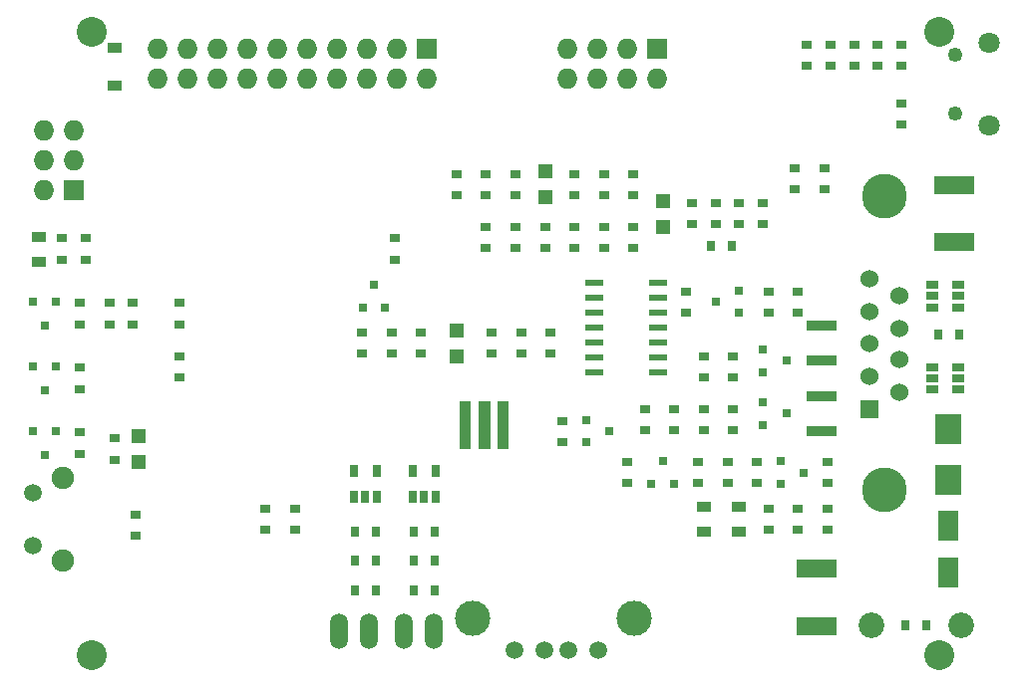
<source format=gbs>
G04 #@! TF.FileFunction,Soldermask,Bot*
%FSLAX46Y46*%
G04 Gerber Fmt 4.6, Leading zero omitted, Abs format (unit mm)*
G04 Created by KiCad (PCBNEW 4.0.0-rc1-stable) date 10/22/2015 2:39:56 PM*
%MOMM*%
G01*
G04 APERTURE LIST*
%ADD10C,0.100000*%
%ADD11R,0.650000X1.060000*%
%ADD12R,1.500000X0.600000*%
%ADD13R,1.727200X1.727200*%
%ADD14O,1.727200X1.727200*%
%ADD15R,1.220000X0.910000*%
%ADD16R,3.500000X1.600000*%
%ADD17C,3.810000*%
%ADD18R,1.524000X1.524000*%
%ADD19C,1.524000*%
%ADD20C,1.800000*%
%ADD21C,1.250000*%
%ADD22C,2.540000*%
%ADD23O,1.506220X3.014980*%
%ADD24R,1.060000X0.650000*%
%ADD25R,1.800860X2.499360*%
%ADD26R,0.900000X0.800000*%
%ADD27R,1.250000X1.200000*%
%ADD28R,0.800000X0.900000*%
%ADD29R,2.500000X0.900000*%
%ADD30R,1.300000X0.900000*%
%ADD31C,1.900000*%
%ADD32C,1.500000*%
%ADD33C,2.180000*%
%ADD34R,0.900000X0.700000*%
%ADD35R,0.700000X0.900000*%
%ADD36R,0.800100X0.800100*%
%ADD37C,1.501140*%
%ADD38C,2.999740*%
%ADD39R,2.301240X2.499360*%
G04 APERTURE END LIST*
D10*
D11*
X71950000Y-164100000D03*
X71000000Y-164100000D03*
X70050000Y-164100000D03*
X70050000Y-161900000D03*
X71950000Y-161900000D03*
D12*
X85450000Y-153510000D03*
X85450000Y-152240000D03*
X85450000Y-150970000D03*
X85450000Y-149700000D03*
X85450000Y-148430000D03*
X85450000Y-147160000D03*
X85450000Y-145890000D03*
X90850000Y-145890000D03*
X90850000Y-147160000D03*
X90850000Y-148430000D03*
X90850000Y-149700000D03*
X90850000Y-150970000D03*
X90850000Y-152240000D03*
X90850000Y-153510000D03*
D13*
X41250000Y-138000000D03*
D14*
X38710000Y-138000000D03*
X41250000Y-135460000D03*
X38710000Y-135460000D03*
X41250000Y-132920000D03*
X38710000Y-132920000D03*
D15*
X44750000Y-125865000D03*
X44750000Y-129135000D03*
D16*
X116000000Y-137561600D03*
X116000000Y-142438400D03*
X104300000Y-170161600D03*
X104300000Y-175038400D03*
D17*
X110050000Y-163500000D03*
X110050000Y-138500000D03*
D18*
X108780000Y-156588000D03*
D19*
X108780000Y-153794000D03*
X108780000Y-151000000D03*
X108780000Y-148333000D03*
X108780000Y-145539000D03*
X111320000Y-146936000D03*
X111320000Y-149730000D03*
X111320000Y-152397000D03*
X111320000Y-155191000D03*
D20*
X118987460Y-132500900D03*
D21*
X116087460Y-131500900D03*
X116087460Y-126500900D03*
D20*
X118987460Y-125500900D03*
D22*
X114750000Y-124500000D03*
D23*
X71770000Y-175500000D03*
X69230000Y-175500000D03*
X66270000Y-175500000D03*
X63730000Y-175500000D03*
D22*
X114750000Y-177500000D03*
D13*
X90750000Y-126000000D03*
D14*
X90750000Y-128540000D03*
X88210000Y-126000000D03*
X88210000Y-128540000D03*
X85670000Y-126000000D03*
X85670000Y-128540000D03*
X83130000Y-126000000D03*
X83130000Y-128540000D03*
D22*
X42750000Y-124500000D03*
X42750000Y-177500000D03*
D24*
X116350000Y-153050000D03*
X116350000Y-154000000D03*
X116350000Y-154950000D03*
X114150000Y-154950000D03*
X114150000Y-153050000D03*
X114150000Y-154000000D03*
X116350000Y-146050000D03*
X116350000Y-147000000D03*
X116350000Y-147950000D03*
X114150000Y-147950000D03*
X114150000Y-146050000D03*
X114150000Y-147000000D03*
D11*
X66950000Y-164100000D03*
X66000000Y-164100000D03*
X65050000Y-164100000D03*
X65050000Y-161900000D03*
X66950000Y-161900000D03*
D25*
X115500000Y-170498980D03*
X115500000Y-166501020D03*
D26*
X42250000Y-142100000D03*
X42250000Y-143900000D03*
X41750000Y-147600000D03*
X41750000Y-149400000D03*
D27*
X81250000Y-136400000D03*
X81250000Y-138600000D03*
X91250000Y-141100000D03*
X91250000Y-138900000D03*
X73750000Y-149900000D03*
X73750000Y-152100000D03*
X46750000Y-158900000D03*
X46750000Y-161100000D03*
D26*
X78750000Y-138400000D03*
X78750000Y-136600000D03*
X88750000Y-142900000D03*
X88750000Y-141100000D03*
X65750000Y-151900000D03*
X65750000Y-150100000D03*
X44750000Y-160900000D03*
X44750000Y-159100000D03*
X46250000Y-147600000D03*
X46250000Y-149400000D03*
X83750000Y-138400000D03*
X83750000Y-136600000D03*
X95750000Y-139100000D03*
X95750000Y-140900000D03*
X99750000Y-140900000D03*
X99750000Y-139100000D03*
X97750000Y-140900000D03*
X97750000Y-139100000D03*
X93750000Y-139100000D03*
X93750000Y-140900000D03*
X105250000Y-166900000D03*
X105250000Y-165100000D03*
X100250000Y-165100000D03*
X100250000Y-166900000D03*
X81750000Y-150100000D03*
X81750000Y-151900000D03*
X102750000Y-146600000D03*
X102750000Y-148400000D03*
X99250000Y-161100000D03*
X99250000Y-162900000D03*
X94250000Y-161100000D03*
X94250000Y-162900000D03*
X100250000Y-148400000D03*
X100250000Y-146600000D03*
X96750000Y-162900000D03*
X96750000Y-161100000D03*
X88250000Y-162900000D03*
X88250000Y-161100000D03*
X93250000Y-148400000D03*
X93250000Y-146600000D03*
X89750000Y-156600000D03*
X89750000Y-158400000D03*
X76750000Y-150100000D03*
X76750000Y-151900000D03*
X79250000Y-151900000D03*
X79250000Y-150100000D03*
D28*
X111850000Y-175000000D03*
X113650000Y-175000000D03*
D26*
X97250000Y-156600000D03*
X97250000Y-158400000D03*
D29*
X104750000Y-155550000D03*
X104750000Y-158450000D03*
D26*
X94750000Y-158400000D03*
X94750000Y-156600000D03*
X92250000Y-158400000D03*
X92250000Y-156600000D03*
D29*
X104750000Y-149550000D03*
X104750000Y-152450000D03*
D26*
X94750000Y-153900000D03*
X94750000Y-152100000D03*
X97250000Y-152100000D03*
X97250000Y-153900000D03*
D28*
X71900000Y-167000000D03*
X70100000Y-167000000D03*
X71900000Y-169500000D03*
X70100000Y-169500000D03*
X65100000Y-169500000D03*
X66900000Y-169500000D03*
X65100000Y-167000000D03*
X66900000Y-167000000D03*
D26*
X111500000Y-127400000D03*
X111500000Y-125600000D03*
X105500000Y-125600000D03*
X105500000Y-127400000D03*
X103500000Y-125600000D03*
X103500000Y-127400000D03*
X107500000Y-127400000D03*
X107500000Y-125600000D03*
X60000000Y-165100000D03*
X60000000Y-166900000D03*
X57500000Y-166900000D03*
X57500000Y-165100000D03*
X41750000Y-153100000D03*
X41750000Y-154900000D03*
X41750000Y-160400000D03*
X41750000Y-158600000D03*
D13*
X71250000Y-126000000D03*
D14*
X71250000Y-128540000D03*
X68710000Y-126000000D03*
X68710000Y-128540000D03*
X66170000Y-126000000D03*
X66170000Y-128540000D03*
X63630000Y-126000000D03*
X63630000Y-128540000D03*
X61090000Y-126000000D03*
X61090000Y-128540000D03*
X58550000Y-126000000D03*
X58550000Y-128540000D03*
X56010000Y-126000000D03*
X56010000Y-128540000D03*
X53470000Y-126000000D03*
X53470000Y-128540000D03*
X50930000Y-126000000D03*
X50930000Y-128540000D03*
X48390000Y-126000000D03*
X48390000Y-128540000D03*
D26*
X70750000Y-150100000D03*
X70750000Y-151900000D03*
D30*
X97750000Y-164950000D03*
X97750000Y-167050000D03*
X94750000Y-164950000D03*
X94750000Y-167050000D03*
X38250000Y-144050000D03*
X38250000Y-141950000D03*
D10*
G36*
X74050000Y-160050000D02*
X74050000Y-155950000D01*
X74950000Y-155950000D01*
X74950000Y-160050000D01*
X74050000Y-160050000D01*
X74050000Y-160050000D01*
G37*
G36*
X75600000Y-160050000D02*
X75600000Y-155950000D01*
X76600000Y-155950000D01*
X76600000Y-160050000D01*
X75600000Y-160050000D01*
X75600000Y-160050000D01*
G37*
G36*
X77250000Y-160050000D02*
X77250000Y-155950000D01*
X78150000Y-155950000D01*
X78150000Y-160050000D01*
X77250000Y-160050000D01*
X77250000Y-160050000D01*
G37*
D31*
X40350000Y-169500000D03*
X40350000Y-162500000D03*
D32*
X37800000Y-168250000D03*
X37800000Y-163750000D03*
D33*
X108940000Y-175000000D03*
X116560000Y-175000000D03*
D34*
X44250000Y-149400000D03*
X44250000Y-147600000D03*
X50250000Y-153900000D03*
X50250000Y-152100000D03*
X50250000Y-147600000D03*
X50250000Y-149400000D03*
X109500000Y-125600000D03*
X109500000Y-127400000D03*
X111500000Y-130600000D03*
X111500000Y-132400000D03*
D35*
X65100000Y-172000000D03*
X66900000Y-172000000D03*
X70100000Y-172000000D03*
X71900000Y-172000000D03*
X116450000Y-150300000D03*
X114650000Y-150300000D03*
D34*
X82750000Y-157600000D03*
X82750000Y-159400000D03*
X105250000Y-162900000D03*
X105250000Y-161100000D03*
X102750000Y-165100000D03*
X102750000Y-166900000D03*
X68250000Y-151900000D03*
X68250000Y-150100000D03*
X86250000Y-138400000D03*
X86250000Y-136600000D03*
X78750000Y-142900000D03*
X78750000Y-141100000D03*
X73750000Y-136600000D03*
X73750000Y-138400000D03*
X86250000Y-142900000D03*
X86250000Y-141100000D03*
X76250000Y-142900000D03*
X76250000Y-141100000D03*
X83750000Y-142900000D03*
X83750000Y-141100000D03*
D35*
X97150000Y-142700000D03*
X95350000Y-142700000D03*
D34*
X81250000Y-142900000D03*
X81250000Y-141100000D03*
X88750000Y-138400000D03*
X88750000Y-136600000D03*
X76250000Y-136600000D03*
X76250000Y-138400000D03*
X40250000Y-142100000D03*
X40250000Y-143900000D03*
D36*
X67700000Y-148000760D03*
X65800000Y-148000760D03*
X66750000Y-146001780D03*
X101249240Y-162950000D03*
X101249240Y-161050000D03*
X103248220Y-162000000D03*
X92200000Y-163000760D03*
X90300000Y-163000760D03*
X91250000Y-161001780D03*
X97750760Y-146550000D03*
X97750760Y-148450000D03*
X95751780Y-147500000D03*
X84749240Y-159450000D03*
X84749240Y-157550000D03*
X86748220Y-158500000D03*
X99749240Y-157950000D03*
X99749240Y-156050000D03*
X101748220Y-157000000D03*
X99749240Y-153450000D03*
X99749240Y-151550000D03*
X101748220Y-152500000D03*
X37800000Y-152999240D03*
X39700000Y-152999240D03*
X38750000Y-154998220D03*
X37800000Y-158499240D03*
X39700000Y-158499240D03*
X38750000Y-160498220D03*
X37800000Y-147499240D03*
X39700000Y-147499240D03*
X38750000Y-149498220D03*
D37*
X85812860Y-177102120D03*
X83272860Y-177102120D03*
X81240860Y-177102120D03*
X78700860Y-177102120D03*
D38*
X88860860Y-174435120D03*
X75144860Y-174435120D03*
D26*
X68500000Y-143900000D03*
X68500000Y-142100000D03*
X102500000Y-136100000D03*
X102500000Y-137900000D03*
X105000000Y-136100000D03*
X105000000Y-137900000D03*
X46500000Y-165600000D03*
X46500000Y-167400000D03*
D39*
X115500000Y-158351160D03*
X115500000Y-162648840D03*
M02*

</source>
